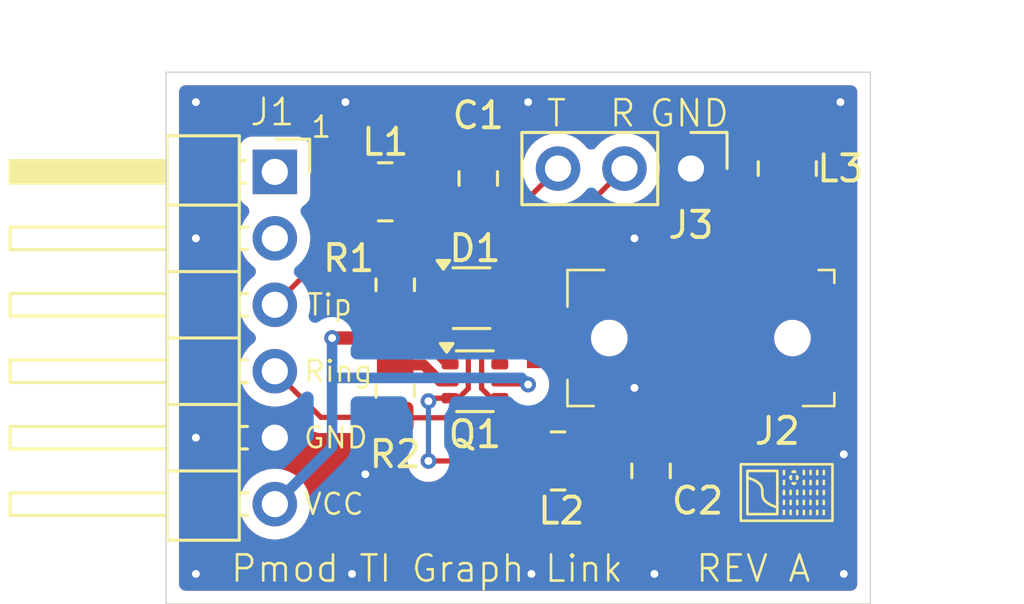
<source format=kicad_pcb>
(kicad_pcb (version 20241229) (generator "pcbnew") (generator_version "9.0")
  (layers (0 "F.Cu" signal) (2 "B.Cu" signal) (13 "F.Paste" user) (15 "B.Paste" user) (5 "F.SilkS" user "F.Silkscreen") (7 "B.SilkS" user "B.Silkscreen") (1 "F.Mask" user) (3 "B.Mask" user) (25 "Edge.Cuts" user))
  (net 0 "")
  (net 1 "/DBus_Tip")
  (net 2 "VCC")
  (net 3 "GND")
  (net 4 "/DBus_Ring")
  (net 5 "Net-(D1A-K)")
  (net 6 "Net-(D1B-K)")
  (net 7 "/Pmod_Ring")
  (net 8 "/Pmod_Tip")
  (net 11 "Net-(J2-PadS)")
  (footprint "pmod_library:Headphone_Jack_2.5mm_STX-2500-3NTR" (layer "F.Cu") (at 147.447 91.44)
    (property "Reference" "J2" (at 2.921 3.556 0) (layer "F.SilkS"))
    (property "Value" "Graph Link")
    (fp_line (start -5.1 -2.6) (end -5.1 -1.2) (stroke (width 0.1)) (layer "F.SilkS"))
    (fp_line (start -5.1 1.6) (end -5.1 2.6) (stroke (width 0.1)) (layer "F.SilkS"))
    (fp_line (start -5.1 2.6) (end -4.1 2.6) (stroke (width 0.1)) (layer "F.SilkS"))
    (fp_line (start -3.7 -2.6) (end -5.1 -2.6) (stroke (width 0.1)) (layer "F.SilkS"))
    (fp_line (start 3.9 2.6) (end 5.1 2.6) (stroke (width 0.1)) (layer "F.SilkS"))
    (fp_line (start 4.5 -2.6) (end 5.1 -2.6) (stroke (width 0.1)) (layer "F.SilkS"))
    (fp_line (start 5.1 -2.6) (end 5.1 -2.1) (stroke (width 0.1)) (layer "F.SilkS"))
    (fp_line (start 5.1 2.6) (end 5.1 2.1) (stroke (width 0.1)) (layer "F.SilkS"))
    (pad "" np_thru_hole circle (at -3.5 0) (size 0.9 0.9) (drill 0.9) (layers "*.Cu" "*.Mask"))
    (pad "" np_thru_hole circle (at 3.5 0) (size 0.9 0.9) (drill 0.9) (layers "*.Cu" "*.Mask"))
    (pad "R" smd rect (at 0.6 3.3) (size 2.3 1.7) (layers "F.Cu" "F.Mask" "F.Paste") (net 4 "/DBus_Ring"))
    (pad "S" smd rect (at 3.3 -3.3) (size 2.3 1.7) (layers "F.Cu" "F.Mask" "F.Paste") (net 11 "Net-(J2-PadS)"))
    (pad "T" smd rect (at -5.8 0) (size 1.7 2.3) (layers "F.Cu" "F.Mask" "F.Paste") (net 1 "/DBus_Tip"))
  )
  (footprint "Inductor_SMD:L_1008_2520Metric_Pad1.43x2.20mm_HandSolder" (layer "F.Cu") (at 150.749 84.963 -90)
    (property "Reference" "L3" (at 0 -2.032 180) (layer "F.SilkS"))
    (property "Value" "2.7")
    (fp_line (start -0.261252 1.11) (end 0.261252 1.11) (stroke (width 0.12)) (layer "F.SilkS"))
    (fp_line (start -0.261252 -1.11) (end 0.261252 -1.11) (stroke (width 0.12)) (layer "F.SilkS"))
    (pad "1" smd roundrect (at -1.1625 0 270) (size 1.425 2.2) (layers "F.Cu" "F.Mask" "F.Paste") (roundrect_rratio 0.175439) (net 3 "GND"))
    (pad "2" smd roundrect (at 1.1625 0 270) (size 1.425 2.2) (layers "F.Cu" "F.Mask" "F.Paste") (roundrect_rratio 0.175439) (net 11 "Net-(J2-PadS)"))
  )
  (footprint "Resistor_SMD:R_0805_2012Metric_Pad1.20x1.40mm_HandSolder" (layer "F.Cu") (at 135.763 93.472 -90)
    (property "Reference" "R2" (at 2.413 0 0) (layer "F.SilkS"))
    (property "Value" "10k")
    (fp_line (start -0.227064 0.735) (end 0.227064 0.735) (stroke (width 0.12)) (layer "F.SilkS"))
    (fp_line (start -0.227064 -0.735) (end 0.227064 -0.735) (stroke (width 0.12)) (layer "F.SilkS"))
    (pad "1" smd roundrect (at -1 0 270) (size 1.2 1.4) (layers "F.Cu" "F.Mask" "F.Paste") (roundrect_rratio 0.208333) (net 2 "VCC"))
    (pad "2" smd roundrect (at 1 0 270) (size 1.2 1.4) (layers "F.Cu" "F.Mask" "F.Paste") (roundrect_rratio 0.208333) (net 7 "/Pmod_Ring"))
  )
  (footprint "Package_TO_SOT_SMD:SOT-363_SC-70-6" (layer "F.Cu") (at 138.684 89.916)
    (property "Reference" "D1" (at 0.127 -1.905 180) (layer "F.SilkS"))
    (property "Value" "BAT54DW")
    (fp_line (start -0.71 -1.16) (end 0.7 -1.16) (stroke (width 0.12)) (layer "F.SilkS"))
    (fp_line (start -0.7 1.16) (end 0.7 1.16) (stroke (width 0.12)) (layer "F.SilkS"))
    (fp_poly (pts (xy -1.08 -1.11) (xy -1.32 -1.44) (xy -0.84 -1.44) (xy -1.08 -1.11)) (stroke (width 0.12)) (fill yes) (layer "F.SilkS"))
    (pad "1" smd roundrect (at -0.95 -0.65) (size 0.65 0.4) (layers "F.Cu" "F.Mask" "F.Paste") (net 8 "/Pmod_Tip"))
    (pad "2" smd roundrect (at -0.95 0) (size 0.65 0.4) (layers "F.Cu" "F.Mask" "F.Paste"))
    (pad "3" smd roundrect (at -0.95 0.65) (size 0.65 0.4) (layers "F.Cu" "F.Mask" "F.Paste") (net 6 "Net-(D1B-K)"))
    (pad "4" smd roundrect (at 0.95 0.65) (size 0.65 0.4) (layers "F.Cu" "F.Mask" "F.Paste") (net 7 "/Pmod_Ring"))
    (pad "5" smd roundrect (at 0.95 0) (size 0.65 0.4) (layers "F.Cu" "F.Mask" "F.Paste"))
    (pad "6" smd roundrect (at 0.95 -0.65) (size 0.65 0.4) (layers "F.Cu" "F.Mask" "F.Paste") (net 5 "Net-(D1A-K)"))
  )
  (footprint "Inductor_SMD:L_1008_2520Metric_Pad1.43x2.20mm_HandSolder" (layer "F.Cu") (at 135.382 85.852)
    (property "Reference" "L1" (at 0 -1.905 180) (layer "F.SilkS"))
    (property "Value" "2.7")
    (fp_line (start -0.261252 -1.11) (end 0.261252 -1.11) (stroke (width 0.12)) (layer "F.SilkS"))
    (fp_line (start -0.261252 1.11) (end 0.261252 1.11) (stroke (width 0.12)) (layer "F.SilkS"))
    (pad "1" smd roundrect (at -1.1625 0) (size 1.425 2.2) (layers "F.Cu" "F.Mask" "F.Paste") (roundrect_rratio 0.175439) (net 5 "Net-(D1A-K)"))
    (pad "2" smd roundrect (at 1.1625 0) (size 1.425 2.2) (layers "F.Cu" "F.Mask" "F.Paste") (roundrect_rratio 0.175439) (net 1 "/DBus_Tip"))
  )
  (footprint "Resistor_SMD:R_0805_2012Metric_Pad1.20x1.40mm_HandSolder" (layer "F.Cu") (at 135.763 89.408 90)
    (property "Reference" "R1" (at 1.016 -1.778 0) (layer "F.SilkS"))
    (property "Value" "10k")
    (fp_line (start -0.227064 -0.735) (end 0.227064 -0.735) (stroke (width 0.12)) (layer "F.SilkS"))
    (fp_line (start -0.227064 0.735) (end 0.227064 0.735) (stroke (width 0.12)) (layer "F.SilkS"))
    (pad "1" smd roundrect (at -1 0 90) (size 1.2 1.4) (layers "F.Cu" "F.Mask" "F.Paste") (roundrect_rratio 0.208333) (net 2 "VCC"))
    (pad "2" smd roundrect (at 1 0 90) (size 1.2 1.4) (layers "F.Cu" "F.Mask" "F.Paste") (roundrect_rratio 0.208333) (net 8 "/Pmod_Tip"))
  )
  (footprint "Connector_PinHeader_2.54mm:PinHeader_1x03_P2.54mm_Vertical" (layer "F.Cu") (at 147.066 84.963 -90)
    (property "Reference" "J3" (at 2.159 0 180) (layer "F.SilkS"))
    (property "Value" "Link Debug")
    (fp_line (start -1.38 6.46) (end 1.38 6.46) (stroke (width 0.12)) (layer "F.SilkS"))
    (fp_line (start -1.38 1.27) (end -1.38 6.46) (stroke (width 0.12)) (layer "F.SilkS"))
    (fp_line (start -1.38 1.27) (end 1.38 1.27) (stroke (width 0.12)) (layer "F.SilkS"))
    (fp_line (start 1.38 1.27) (end 1.38 6.46) (stroke (width 0.12)) (layer "F.SilkS"))
    (fp_line (start -1.38 0) (end -1.38 -1.38) (stroke (width 0.12)) (layer "F.SilkS"))
    (fp_line (start -1.38 -1.38) (end 0 -1.38) (stroke (width 0.12)) (layer "F.SilkS"))
    (pad "1" thru_hole rect (at 0 0 270) (size 1.7 1.7) (drill 1) (layers "*.Cu" "*.Mask") (net 3 "GND"))
    (pad "2" thru_hole circle (at 0 2.54 270) (size 1.7 1.7) (drill 1) (layers "*.Cu" "*.Mask") (net 4 "/DBus_Ring"))
    (pad "3" thru_hole circle (at 0 5.08 270) (size 1.7 1.7) (drill 1) (layers "*.Cu" "*.Mask") (net 1 "/DBus_Tip"))
  )
  (footprint "Package_TO_SOT_SMD:SOT-363_SC-70-6" (layer "F.Cu") (at 138.811 93.091)
    (property "Reference" "Q1" (at 0 2.032 180) (layer "F.SilkS"))
    (property "Value" "RN1911")
    (fp_line (start -0.71 -1.16) (end 0.7 -1.16) (stroke (width 0.12)) (layer "F.SilkS"))
    (fp_line (start -0.7 1.16) (end 0.7 1.16) (stroke (width 0.12)) (layer "F.SilkS"))
    (fp_poly (pts (xy -1.08 -1.11) (xy -1.32 -1.44) (xy -0.84 -1.44) (xy -1.08 -1.11)) (stroke (width 0.12)) (fill yes) (layer "F.SilkS"))
    (pad "1" smd roundrect (at -0.95 -0.65) (size 0.65 0.4) (layers "F.Cu" "F.Mask" "F.Paste") (net 8 "/Pmod_Tip"))
    (pad "2" smd roundrect (at -0.95 0) (size 0.65 0.4) (layers "F.Cu" "F.Mask" "F.Paste") (net 2 "VCC"))
    (pad "3" smd roundrect (at -0.95 0.65) (size 0.65 0.4) (layers "F.Cu" "F.Mask" "F.Paste") (net 6 "Net-(D1B-K)"))
    (pad "4" smd roundrect (at 0.95 0.65) (size 0.65 0.4) (layers "F.Cu" "F.Mask" "F.Paste") (net 7 "/Pmod_Ring"))
    (pad "5" smd roundrect (at 0.95 0) (size 0.65 0.4) (layers "F.Cu" "F.Mask" "F.Paste") (net 2 "VCC"))
    (pad "6" smd roundrect (at 0.95 -0.65) (size 0.65 0.4) (layers "F.Cu" "F.Mask" "F.Paste") (net 5 "Net-(D1A-K)"))
  )
  (footprint "pmod_library:Pmod_1x06_P2.54mm_Horizontal" (layer "F.Cu") (at 131.191 85.04)
    (property "Reference" "J1" (at -0.127 -2.236 0) (layer "F.SilkS") (effects (font (thickness 0.1))))
    (property "Value" "Pmod Peripheral")
    (fp_line (start -10.15 2.16) (end -10.15 3.02) (stroke (width 0.12)) (layer "F.SilkS"))
    (fp_line (start -10.15 3.02) (end -4.15 3.02) (stroke (width 0.12)) (layer "F.SilkS"))
    (fp_line (start -10.15 4.7) (end -10.15 5.56) (stroke (width 0.12)) (layer "F.SilkS"))
    (fp_line (start -10.15 5.56) (end -4.15 5.56) (stroke (width 0.12)) (layer "F.SilkS"))
    (fp_line (start -10.15 7.24) (end -10.15 8.1) (stroke (width 0.12)) (layer "F.SilkS"))
    (fp_line (start -10.15 8.1) (end -4.15 8.1) (stroke (width 0.12)) (layer "F.SilkS"))
    (fp_line (start -10.15 9.78) (end -10.15 10.64) (stroke (width 0.12)) (layer "F.SilkS"))
    (fp_line (start -10.15 10.64) (end -4.15 10.64) (stroke (width 0.12)) (layer "F.SilkS"))
    (fp_line (start -10.15 12.32) (end -10.15 13.18) (stroke (width 0.12)) (layer "F.SilkS"))
    (fp_line (start -10.15 13.18) (end -4.15 13.18) (stroke (width 0.12)) (layer "F.SilkS"))
    (fp_line (start -4.15 -1.33) (end -1.39 -1.33) (stroke (width 0.12)) (layer "F.SilkS"))
    (fp_line (start -4.15 2.16) (end -10.15 2.16) (stroke (width 0.12)) (layer "F.SilkS"))
    (fp_line (start -4.15 4.7) (end -10.15 4.7) (stroke (width 0.12)) (layer "F.SilkS"))
    (fp_line (start -4.15 7.24) (end -10.15 7.24) (stroke (width 0.12)) (layer "F.SilkS"))
    (fp_line (start -4.15 9.78) (end -10.15 9.78) (stroke (width 0.12)) (layer "F.SilkS"))
    (fp_line (start -4.15 12.32) (end -10.15 12.32) (stroke (width 0.12)) (layer "F.SilkS"))
    (fp_line (start -4.15 14.13) (end -4.15 -1.33) (stroke (width 0.12)) (layer "F.SilkS"))
    (fp_line (start -1.39 -1.33) (end -1.39 14.13) (stroke (width 0.12)) (layer "F.SilkS"))
    (fp_line (start -1.39 1.32) (end -4.15 1.32) (stroke (width 0.12)) (layer "F.SilkS"))
    (fp_line (start -1.39 3.86) (end -4.15 3.86) (stroke (width 0.12)) (layer "F.SilkS"))
    (fp_line (start -1.39 6.4) (end -4.15 6.4) (stroke (width 0.12)) (layer "F.SilkS"))
    (fp_line (start -1.39 8.94) (end -4.15 8.94) (stroke (width 0.12)) (layer "F.SilkS"))
    (fp_line (start -1.39 11.48) (end -4.15 11.48) (stroke (width 0.12)) (layer "F.SilkS"))
    (fp_line (start -1.39 14.13) (end -4.15 14.13) (stroke (width 0.12)) (layer "F.SilkS"))
    (fp_line (start -1.16 -0.38) (end -1.39 -0.38) (stroke (width 0.12)) (layer "F.SilkS"))
    (fp_line (start -1.16 0.48) (end -1.39 0.48) (stroke (width 0.12)) (layer "F.SilkS"))
    (fp_line (start -1.077358 2.16) (end -1.39 2.16) (stroke (width 0.12)) (layer "F.SilkS"))
    (fp_line (start -1.077358 3.02) (end -1.39 3.02) (stroke (width 0.12)) (layer "F.SilkS"))
    (fp_line (start -1.077358 4.7) (end -1.39 4.7) (stroke (width 0.12)) (layer "F.SilkS"))
    (fp_line (start -1.077358 5.56) (end -1.39 5.56) (stroke (width 0.12)) (layer "F.SilkS"))
    (fp_line (start -1.077358 7.24) (end -1.39 7.24) (stroke (width 0.12)) (layer "F.SilkS"))
    (fp_line (start -1.077358 8.1) (end -1.39 8.1) (stroke (width 0.12)) (layer "F.SilkS"))
    (fp_line (start -1.077358 9.78) (end -1.39 9.78) (stroke (width 0.12)) (layer "F.SilkS"))
    (fp_line (start -1.077358 10.64) (end -1.39 10.64) (stroke (width 0.12)) (layer "F.SilkS"))
    (fp_line (start -1.077358 12.32) (end -1.39 12.32) (stroke (width 0.12)) (layer "F.SilkS"))
    (fp_line (start -1.077358 13.18) (end -1.39 13.18) (stroke (width 0.12)) (layer "F.SilkS"))
    (fp_line (start 1.3 -1.2) (end 0.03 -1.2) (stroke (width 0.12)) (layer "F.SilkS"))
    (fp_line (start 1.3 0.07) (end 1.3 -1.2) (stroke (width 0.12)) (layer "F.SilkS"))
    (fp_rect (start -4.15 -0.38) (end -10.15 0.48) (stroke (width 0.12)) (fill yes) (layer "F.SilkS"))
    (pad "1" thru_hole rect (at -0.03 0.05) (size 1.7 1.7) (drill 1) (layers "*.Cu" "*.Mask"))
    (pad "2" thru_hole circle (at -0.03 2.59) (size 1.7 1.7) (drill 1) (layers "*.Cu" "*.Mask"))
    (pad "3" thru_hole circle (at -0.03 5.13) (size 1.7 1.7) (drill 1) (layers "*.Cu" "*.Mask") (net 8 "/Pmod_Tip"))
    (pad "4" thru_hole circle (at -0.03 7.67) (size 1.7 1.7) (drill 1) (layers "*.Cu" "*.Mask") (net 7 "/Pmod_Ring"))
    (pad "5" thru_hole circle (at -0.03 10.21) (size 1.7 1.7) (drill 1) (layers "*.Cu" "*.Mask") (net 3 "GND"))
    (pad "6" thru_hole circle (at -0.03 12.75) (size 1.7 1.7) (drill 1) (layers "*.Cu" "*.Mask") (net 2 "VCC"))
  )
  (footprint "Inductor_SMD:L_1008_2520Metric_Pad1.43x2.20mm_HandSolder" (layer "F.Cu") (at 141.986 96.139)
    (property "Reference" "L2" (at 0.127 1.905 0) (layer "F.SilkS"))
    (property "Value" "2.7")
    (fp_line (start -0.261252 -1.11) (end 0.261252 -1.11) (stroke (width 0.12)) (layer "F.SilkS"))
    (fp_line (start -0.261252 1.11) (end 0.261252 1.11) (stroke (width 0.12)) (layer "F.SilkS"))
    (pad "1" smd roundrect (at -1.1625 0) (size 1.425 2.2) (layers "F.Cu" "F.Mask" "F.Paste") (roundrect_rratio 0.175439) (net 6 "Net-(D1B-K)"))
    (pad "2" smd roundrect (at 1.1625 0) (size 1.425 2.2) (layers "F.Cu" "F.Mask" "F.Paste") (roundrect_rratio 0.175439) (net 4 "/DBus_Ring"))
  )
  (footprint "Capacitor_SMD:C_0805_2012Metric_Pad1.18x1.45mm_HandSolder" (layer "F.Cu") (at 138.938 85.344 90)
    (property "Reference" "C1" (at 2.413 0 180) (layer "F.SilkS"))
    (property "Value" "0.1µ")
    (fp_line (start -0.261252 -0.735) (end 0.261252 -0.735) (stroke (width 0.12)) (layer "F.SilkS"))
    (fp_line (start -0.261252 0.735) (end 0.261252 0.735) (stroke (width 0.12)) (layer "F.SilkS"))
    (pad "1" smd roundrect (at -1.0375 0 90) (size 1.175 1.45) (layers "F.Cu" "F.Mask" "F.Paste") (roundrect_rratio 0.212766) (net 1 "/DBus_Tip"))
    (pad "2" smd roundrect (at 1.0375 0 90) (size 1.175 1.45) (layers "F.Cu" "F.Mask" "F.Paste") (roundrect_rratio 0.212766) (net 3 "GND"))
  )
  (footprint "Capacitor_SMD:C_0805_2012Metric_Pad1.18x1.45mm_HandSolder" (layer "F.Cu") (at 145.542 96.52 -90)
    (property "Reference" "C2" (at 1.143 -1.778 180) (layer "F.SilkS"))
    (property "Value" "0.1µ")
    (fp_line (start -0.261252 0.735) (end 0.261252 0.735) (stroke (width 0.12)) (layer "F.SilkS"))
    (fp_line (start -0.261252 -0.735) (end 0.261252 -0.735) (stroke (width 0.12)) (layer "F.SilkS"))
    (pad "1" smd roundrect (at -1.0375 0 270) (size 1.175 1.45) (layers "F.Cu" "F.Mask" "F.Paste") (roundrect_rratio 0.212766) (net 4 "/DBus_Ring"))
    (pad "2" smd roundrect (at 1.0375 0 270) (size 1.175 1.45) (layers "F.Cu" "F.Mask" "F.Paste") (roundrect_rratio 0.212766) (net 3 "GND"))
  )
  (gr_line (start 151.892 97.79) (end 151.892 97.663) (stroke (width 0.1)) (layer "F.SilkS"))
  (gr_line (start 150.876 97.409) (end 150.876 97.282) (stroke (width 0.1)) (layer "F.SilkS"))
  (gr_line (start 151.13 97.79) (end 151.13 97.663) (stroke (width 0.1)) (layer "F.SilkS"))
  (gr_line (start 150.8887 96.8248) (end 150.8633 96.774) (stroke (width 0.1)) (layer "F.SilkS"))
  (gr_line (start 150.622 98.171) (end 150.622 98.044) (stroke (width 0.1)) (layer "F.SilkS"))
  (gr_line (start 150.622 97.028) (end 150.622 96.901) (stroke (width 0.1)) (layer "F.SilkS"))
  (gr_line (start 150.876 98.171) (end 150.876 98.044) (stroke (width 0.1)) (layer "F.SilkS"))
  (gr_line (start 151.384 98.171) (end 151.384 98.044) (stroke (width 0.1)) (layer "F.SilkS"))
  (gr_line (start 150.876 97.79) (end 150.876 97.663) (stroke (width 0.1)) (layer "F.SilkS"))
  (gr_line (start 151.384 96.647) (end 151.384 96.52) (stroke (width 0.1)) (layer "F.SilkS"))
  (gr_line (start 151.892 96.647) (end 151.892 96.52) (stroke (width 0.1)) (layer "F.SilkS"))
  (gr_line (start 151.13 97.409) (end 151.13 97.282) (stroke (width 0.1)) (layer "F.SilkS"))
  (gr_rect (start 148.971 96.266) (end 152.4762 98.425) (stroke (width 0.1)) (fill no) (layer "F.SilkS"))
  (gr_line (start 151.003 96.5327) (end 151.0538 96.5581) (stroke (width 0.1)) (layer "F.SilkS"))
  (gr_line (start 150.622 97.409) (end 150.622 97.282) (stroke (width 0.1)) (layer "F.SilkS"))
  (gr_line (start 151.384 97.409) (end 151.384 97.282) (stroke (width 0.1)) (layer "F.SilkS"))
  (gr_line (start 151.384 97.79) (end 151.384 97.663) (stroke (width 0.1)) (layer "F.SilkS"))
  (gr_line (start 151.1173 96.7232) (end 151.1427 96.774) (stroke (width 0.1)) (layer "F.SilkS"))
  (gr_line (start 152.146 97.79) (end 152.146 97.663) (stroke (width 0.1)) (layer "F.SilkS"))
  (gr_line (start 152.146 98.171) (end 152.146 98.044) (stroke (width 0.1)) (layer "F.SilkS"))
  (gr_line (start 150.622 97.409) (end 150.622 97.282) (stroke (width 0.1)) (layer "F.SilkS"))
  (gr_line (start 152.146 97.409) (end 152.146 97.282) (stroke (width 0.1)) (layer "F.SilkS"))
  (gr_line (start 151.892 97.409) (end 151.892 97.282) (stroke (width 0.1)) (layer "F.SilkS"))
  (gr_line (start 150.9522 96.5581) (end 151.003 96.5327) (stroke (width 0.1)) (layer "F.SilkS"))
  (gr_line (start 151.13 98.171) (end 151.13 98.044) (stroke (width 0.1)) (layer "F.SilkS"))
  (gr_line (start 150.8633 96.774) (end 150.8887 96.7232) (stroke (width 0.1)) (layer "F.SilkS"))
  (gr_line (start 151.638 97.028) (end 151.638 96.901) (stroke (width 0.1)) (layer "F.SilkS"))
  (gr_line (start 151.638 96.647) (end 151.638 96.52) (stroke (width 0.1)) (layer "F.SilkS"))
  (gr_line (start 151.638 97.79) (end 151.638 97.663) (stroke (width 0.1)) (layer "F.SilkS"))
  (gr_line (start 150.622 97.79) (end 150.622 97.663) (stroke (width 0.1)) (layer "F.SilkS"))
  (gr_line (start 151.1427 96.774) (end 151.1173 96.8248) (stroke (width 0.1)) (layer "F.SilkS"))
  (gr_curve (pts (xy 149.225 96.774) (xy 149.225 96.774) (xy 149.225 96.774) (xy 149.225 96.774)) (stroke (width 0.1)) (layer "F.SilkS"))
  (gr_line (start 151.638 98.171) (end 151.638 98.044) (stroke (width 0.1)) (layer "F.SilkS"))
  (gr_line (start 151.0538 96.9899) (end 151.003 97.0153) (stroke (width 0.1)) (layer "F.SilkS"))
  (gr_line (start 151.384 97.028) (end 151.384 96.901) (stroke (width 0.1)) (layer "F.SilkS"))
  (gr_line (start 151.003 97.0153) (end 150.9522 96.9899) (stroke (width 0.1)) (layer "F.SilkS"))
  (gr_line (start 150.622 96.647) (end 150.622 96.52) (stroke (width 0.1)) (layer "F.SilkS"))
  (gr_line (start 151.638 97.409) (end 151.638 97.282) (stroke (width 0.1)) (layer "F.SilkS"))
  (gr_rect (start 149.225 96.52) (end 150.368 98.171) (stroke (width 0.1)) (fill no) (layer "F.SilkS"))
  (gr_line (start 151.892 98.171) (end 151.892 98.044) (stroke (width 0.1)) (layer "F.SilkS"))
  (gr_line (start 152.146 96.647) (end 152.146 96.52) (stroke (width 0.1)) (layer "F.SilkS"))
  (gr_line (start 151.892 97.028) (end 151.892 96.901) (stroke (width 0.1)) (layer "F.SilkS"))
  (gr_line (start 152.146 97.028) (end 152.146 96.901) (stroke (width 0.1)) (layer "F.SilkS"))
  (gr_curve (pts (xy 150.368 97.917) (xy 149.225 97.536) (xy 150.368 97.155) (xy 149.225 96.774)) (stroke (width 0.1)) (layer "F.SilkS"))
  (gr_rect (start 127 81.28) (end 153.924 101.6) (stroke (width 0.05)) (fill no) (layer "Edge.Cuts"))
  (gr_text "GND" (at 145.415 83.439 0) (layer "F.SilkS") (effects (font (size 1 1) (thickness 0.1)) (justify left bottom)))
  (gr_text "VCC" (at 132.207 97.79 0) (layer "F.SilkS") (effects (font (size 0.8 0.8) (thickness 0.1)) (justify left)))
  (gr_text "GND" (at 132.207 95.25 0) (layer "F.SilkS") (effects (font (size 0.8 0.8) (thickness 0.1)) (justify left)))
  (gr_text "Tip" (at 132.334 90.17 0) (layer "F.SilkS") (effects (font (size 0.8 0.8) (thickness 0.1)) (justify left)))
  (gr_text "R" (at 143.891 83.439 0) (layer "F.SilkS") (effects (font (size 1 1) (thickness 0.1)) (justify left bottom)))
  (gr_text "Ring" (at 132.207 92.71 0) (layer "F.SilkS") (effects (font (size 0.8 0.8) (thickness 0.1)) (justify left)))
  (gr_text "Pmod TI Graph Link" (at 129.413 100.838 0) (layer "F.SilkS") (effects (font (size 1 1) (thickness 0.1)) (justify left bottom)))
  (gr_text "REV A" (at 147.193 100.838 0) (layer "F.SilkS") (effects (font (size 1 1) (thickness 0.1)) (justify left bottom)))
  (gr_text "1" (at 132.491 83.84 0) (layer "F.SilkS") (effects (font (size 0.8 0.8) (thickness 0.1)) (justify left bottom)))
  (gr_text "T" (at 141.478 83.439 0) (layer "F.SilkS") (effects (font (size 1 1) (thickness 0.1)) (justify left bottom)))
  (segment (start 140.5675 86.3815) (end 141.986 84.963) (width 0.2) (layer "F.Cu") (net 1))
  (segment (start 138.938 86.3815) (end 140.5675 86.3815) (width 0.2) (layer "F.Cu") (net 1))
  (segment (start 136.5445 85.852) (end 138.4085 85.852) (width 0.2) (layer "F.Cu") (net 1))
  (segment (start 141.647 91.44) (end 141.647 89.0905) (width 0.2) (layer "F.Cu") (net 1))
  (segment (start 141.647 89.0905) (end 138.938 86.3815) (width 0.2) (layer "F.Cu") (net 1))
  (segment (start 138.4085 85.852) (end 138.938 86.3815) (width 0.2) (layer "F.Cu") (net 1))
  (segment (start 140.716 93.091) (end 139.761 93.091) (width 0.4064) (layer "F.Cu") (net 2))
  (segment (start 133.35 91.44) (end 135.763 91.44) (width 0.508) (layer "F.Cu") (net 2))
  (segment (start 137.474708 93.091) (end 137.861 93.091) (width 0.4064) (layer "F.Cu") (net 2))
  (segment (start 136.855708 92.472) (end 137.474708 93.091) (width 0.4064) (layer "F.Cu") (net 2))
  (segment (start 135.763 91.44) (end 135.763 92.472) (width 0.508) (layer "F.Cu") (net 2))
  (segment (start 135.763 92.472) (end 136.855708 92.472) (width 0.4064) (layer "F.Cu") (net 2))
  (segment (start 135.763 90.408) (end 135.763 91.44) (width 0.508) (layer "F.Cu") (net 2))
  (via (at 133.35 91.44) (size 0.6) (drill 0.3) (layers "F.Cu" "B.Cu") (net 2))
  (via (at 140.843 93.218) (size 0.6) (drill 0.3) (layers "F.Cu" "B.Cu") (net 2))
  (segment (start 133.35 95.601) (end 133.35 92.964) (width 0.4064) (layer "B.Cu") (net 2))
  (segment (start 140.589 92.964) (end 140.843 93.218) (width 0.4064) (layer "B.Cu") (net 2))
  (segment (start 133.35 92.964) (end 140.589 92.964) (width 0.4064) (layer "B.Cu") (net 2))
  (segment (start 131.161 97.79) (end 133.35 95.601) (width 0.4064) (layer "B.Cu") (net 2))
  (segment (start 133.35 92.964) (end 133.35 91.44) (width 0.4064) (layer "B.Cu") (net 2))
  (via (at 128.143 100.457) (size 0.6) (drill 0.3) (layers "F.Cu" "B.Cu") (net 3))
  (via (at 152.781 82.423) (size 0.6) (drill 0.3) (layers "F.Cu" "B.Cu") (net 3))
  (via (at 128.143 87.63) (size 0.6) (drill 0.3) (layers "F.Cu" "B.Cu") (net 3))
  (via (at 140.97 100.457) (size 0.6) (drill 0.3) (layers "F.Cu" "B.Cu") (net 3))
  (via (at 140.843 82.423) (size 0.6) (drill 0.3) (layers "F.Cu" "B.Cu") (net 3))
  (via (at 128.143 95.25) (size 0.6) (drill 0.3) (layers "F.Cu" "B.Cu") (net 3))
  (via (at 144.907 93.345) (size 0.6) (drill 0.3) (layers "F.Cu" "B.Cu") (net 3))
  (via (at 144.907 87.63) (size 0.6) (drill 0.3) (layers "F.Cu" "B.Cu") (net 3))
  (via (at 152.908 100.457) (size 0.6) (drill 0.3) (layers "F.Cu" "B.Cu") (net 3))
  (via (at 128.143 82.423) (size 0.6) (drill 0.3) (layers "F.Cu" "B.Cu") (net 3))
  (via (at 133.858 82.423) (size 0.6) (drill 0.3) (layers "F.Cu" "B.Cu") (net 3))
  (via (at 134.112 100.457) (size 0.6) (drill 0.3) (layers "F.Cu" "B.Cu") (net 3))
  (via (at 145.669 100.457) (size 0.6) (drill 0.3) (layers "F.Cu" "B.Cu") (net 3))
  (via (at 152.908 95.885) (size 0.6) (drill 0.3) (layers "F.Cu" "B.Cu") (net 3))
  (via (at 134.62 96.647) (size 0.6) (drill 0.3) (layers "F.Cu" "B.Cu") (net 3))
  (segment (start 144.8855 96.139) (end 145.542 95.4825) (width 0.2) (layer "F.Cu") (net 4))
  (segment (start 145.542 95.4825) (end 147.3045 95.4825) (width 0.2) (layer "F.Cu") (net 4))
  (segment (start 143.002 86.487) (end 144.526 84.963) (width 0.2) (layer "F.Cu") (net 4))
  (segment (start 143.002 95.9925) (end 143.002 86.487) (width 0.2) (layer "F.Cu") (net 4))
  (segment (start 143.295 95.9925) (end 143.1485 96.139) (width 0.2) (layer "F.Cu") (net 4))
  (segment (start 143.1485 96.139) (end 143.002 95.9925) (width 0.2) (layer "F.Cu") (net 4))
  (segment (start 143.1485 96.139) (end 144.8855 96.139) (width 0.2) (layer "F.Cu") (net 4))
  (segment (start 147.3045 95.4825) (end 148.047 94.74) (width 0.2) (layer "F.Cu") (net 4))
  (segment (start 139.761 92.395) (end 139.761 92.441) (width 0.2) (layer "F.Cu") (net 5))
  (segment (start 139.634 89.266) (end 140.193 89.266) (width 0.2) (layer "F.Cu") (net 5))
  (segment (start 137.744 87.376) (end 135.7435 87.376) (width 0.2) (layer "F.Cu") (net 5))
  (segment (start 135.7435 87.376) (end 134.2195 85.852) (width 0.2) (layer "F.Cu") (net 5))
  (segment (start 139.634 89.266) (end 137.744 87.376) (width 0.2) (layer "F.Cu") (net 5))
  (segment (start 140.193 89.266) (end 140.462 89.535) (width 0.2) (layer "F.Cu") (net 5))
  (segment (start 140.462 89.535) (end 140.462 91.694) (width 0.2) (layer "F.Cu") (net 5))
  (segment (start 140.462 91.694) (end 139.761 92.395) (width 0.2) (layer "F.Cu") (net 5))
  (segment (start 138.185999 93.741) (end 138.557 93.369999) (width 0.2) (layer "F.Cu") (net 6))
  (segment (start 138.557 91.44) (end 137.734 90.617) (width 0.2) (layer "F.Cu") (net 6))
  (segment (start 137.861 93.741) (end 137.145 93.741) (width 0.2) (layer "F.Cu") (net 6))
  (segment (start 137.145 93.741) (end 137.033 93.853) (width 0.2) (layer "F.Cu") (net 6))
  (segment (start 137.033 96.139) (end 140.8235 96.139) (width 0.2) (layer "F.Cu") (net 6))
  (segment (start 137.861 93.741) (end 138.185999 93.741) (width 0.2) (layer "F.Cu") (net 6))
  (segment (start 138.557 93.369999) (end 138.557 91.44) (width 0.2) (layer "F.Cu") (net 6))
  (segment (start 137.734 90.617) (end 137.734 90.566) (width 0.2) (layer "F.Cu") (net 6))
  (via (at 137.033 96.139) (size 0.6) (drill 0.3) (layers "F.Cu" "B.Cu") (net 6))
  (via (at 137.033 93.853) (size 0.6) (drill 0.3) (layers "F.Cu" "B.Cu") (net 6))
  (segment (start 137.033 93.853) (end 137.033 96.139) (width 0.2) (layer "B.Cu") (net 6))
  (segment (start 139.065 93.369999) (end 139.065 91.44) (width 0.2) (layer "F.Cu") (net 7))
  (segment (start 139.436001 93.741) (end 139.065 93.369999) (width 0.2) (layer "F.Cu") (net 7))
  (segment (start 139.761 93.741) (end 139.436001 93.741) (width 0.2) (layer "F.Cu") (net 7))
  (segment (start 139.446 94.488) (end 139.761 94.173) (width 0.2) (layer "F.Cu") (net 7))
  (segment (start 139.634 90.871) (end 139.634 90.566) (width 0.2) (layer "F.Cu") (net 7))
  (segment (start 139.065 91.44) (end 139.634 90.871) (width 0.2) (layer "F.Cu") (net 7))
  (segment (start 135.779 94.488) (end 139.446 94.488) (width 0.2) (layer "F.Cu") (net 7))
  (segment (start 132.923 94.472) (end 135.763 94.472) (width 0.2) (layer "F.Cu") (net 7))
  (segment (start 139.761 94.173) (end 139.761 93.741) (width 0.2) (layer "F.Cu") (net 7))
  (segment (start 131.161 92.71) (end 132.923 94.472) (width 0.2) (layer "F.Cu") (net 7))
  (segment (start 135.763 94.472) (end 135.779 94.488) (width 0.2) (layer "F.Cu") (net 7))
  (segment (start 136.906 91.694) (end 136.906 89.535) (width 0.2) (layer "F.Cu") (net 8))
  (segment (start 137.175 89.266) (end 137.734 89.266) (width 0.2) (layer "F.Cu") (net 8))
  (segment (start 137.861 92.441) (end 137.653 92.441) (width 0.2) (layer "F.Cu") (net 8))
  (segment (start 136.906 89.535) (end 137.175 89.266) (width 0.2) (layer "F.Cu") (net 8))
  (segment (start 135.763 88.408) (end 137.303 88.408) (width 0.2) (layer "F.Cu") (net 8))
  (segment (start 131.161 90.17) (end 132.923 88.408) (width 0.2) (layer "F.Cu") (net 8))
  (segment (start 137.653 92.441) (end 136.906 91.694) (width 0.2) (layer "F.Cu") (net 8))
  (segment (start 132.923 88.408) (end 135.763 88.408) (width 0.2) (layer "F.Cu") (net 8))
  (segment (start 137.734 88.839) (end 137.734 89.266) (width 0.2) (layer "F.Cu") (net 8))
  (segment (start 137.303 88.408) (end 137.734 88.839) (width 0.2) (layer "F.Cu") (net 8))
  (segment (start 150.749 86.1255) (end 150.749 88.138) (width 1.016) (layer "F.Cu") (net 11))
  (segment (start 151.511 88.138) (end 151.509 88.14) (width 0.2) (layer "F.Cu") (net 11))
  (segment (start 150.749 88.138) (end 150.747 88.14) (width 0.2) (layer "F.Cu") (net 11))
  (zone (net 3) (net_name "GND") (layer "F.Cu") (connect_pads yes (clearance 0.5)) (min_thickness 0.5) (fill yes (thermal_gap 0.5) (thermal_bridge_width 0.5))
    (polygon (pts (xy 127 81.28) (xy 153.924 81.28) (xy 153.924 101.6) (xy 127 101.6)))
  )
  (zone (net 3) (net_name "GND") (layer "B.Cu") (priority 1) (connect_pads yes (clearance 0.5)) (min_thickness 0.5) (fill yes (thermal_gap 0.5) (thermal_bridge_width 0.5))
    (polygon (pts (xy 127 81.28) (xy 153.924 81.28) (xy 153.924 101.6) (xy 127 101.6)))
  )
)
</source>
